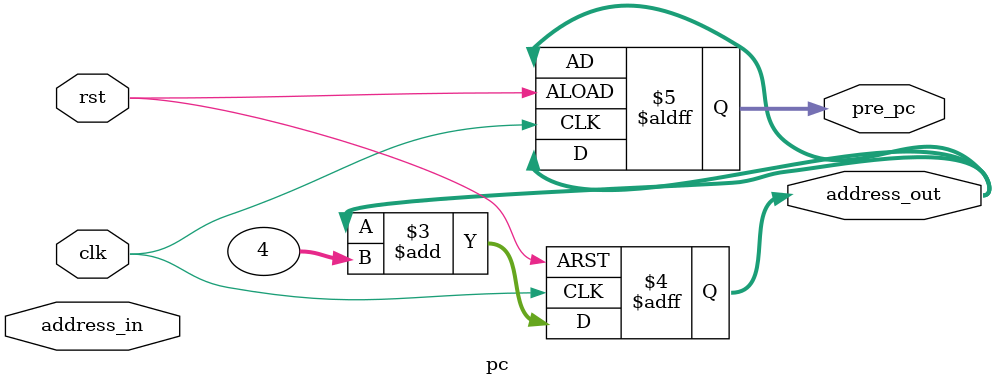
<source format=sv>


module pc #
(
parameter ADDRESS = 32 
)
(
    input                           clk,
    input                           rst, 
/* verilator lint_off UNUSED */ 
    input        [ADDRESS-1:0]    address_in,

    output logic [ADDRESS-1:0]    address_out,
    output logic [ADDRESS-1:0]    pre_pc
);



always_ff@(posedge clk or negedge rst) begin
    if(!rst)begin
        address_out <= 0;
        pre_pc <= address_out;
    end
    else begin
        address_out <= address_out + 32'd4;
        pre_pc <= address_out;
    end
end
endmodule

</source>
